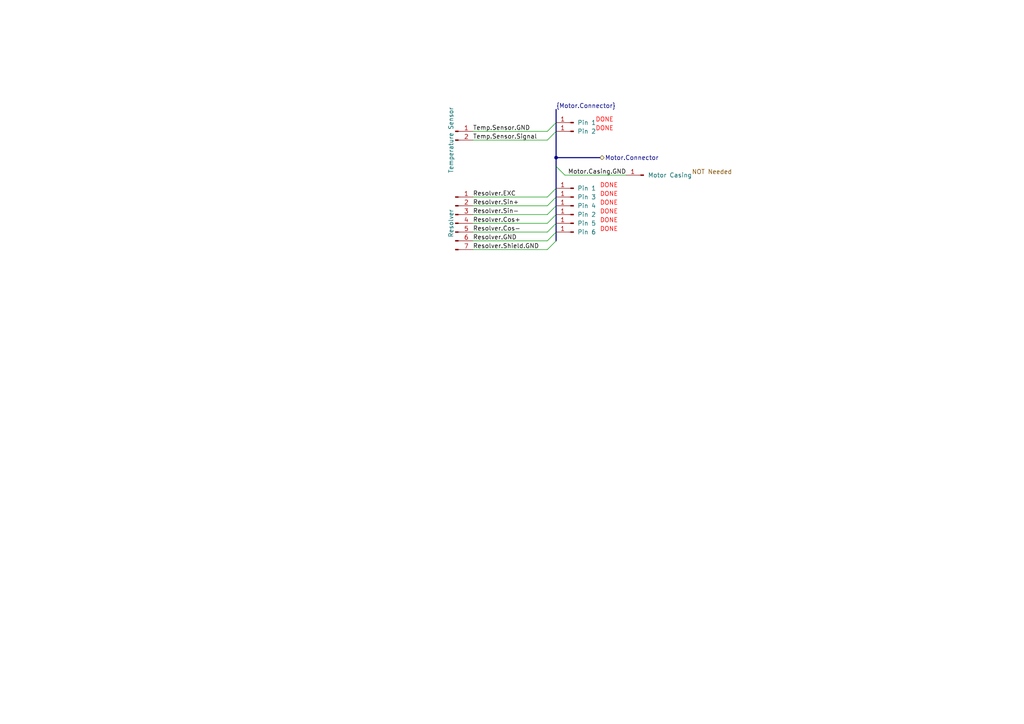
<source format=kicad_sch>
(kicad_sch (version 20230121) (generator eeschema)
  (paper "A4")
  (lib_symbols
    (symbol "Connector:Conn_01x01_Pin" (pin_names (offset 1.016) hide)
      (property "Reference" "J" (at 0 2.54 0))
      (property "Value" "Conn_01x01_Pin" (at 0 -2.54 0))
      (symbol "Conn_01x01_Pin_1_1"
        (polyline (pts (xy 1.27 0) (xy 0.8636 0)) (stroke (width 0.1524)))
        (rectangle (start 0.8636 0.127) (end 0 -0.127) (stroke (width 0.1524)) (fill (type outline)))
        (pin passive line (at 5.08 0 180) (length 3.81) (name "Pin_1") (number "1"))
      )
    )
    (symbol "Connector:Conn_01x02_Pin" (pin_names (offset 1.016) hide)
      (property "Reference" "J" (at 0 2.54 0))
      (property "Value" "Conn_01x02_Pin" (at 0 -5.08 0))
      (symbol "Conn_01x02_Pin_1_1"
        (polyline (pts (xy 1.27 -2.54) (xy 0.8636 -2.54)) (stroke (width 0.1524)))
        (polyline (pts (xy 1.27 0) (xy 0.8636 0)) (stroke (width 0.1524)))
        (rectangle (start 0.8636 -2.413) (end 0 -2.667) (stroke (width 0.1524)) (fill (type outline)))
        (rectangle (start 0.8636 0.127) (end 0 -0.127) (stroke (width 0.1524)) (fill (type outline)))
        (pin passive line (at 5.08 0 180) (length 3.81) (name "Pin_1") (number "1"))
        (pin passive line (at 5.08 -2.54 180) (length 3.81) (name "Pin_2") (number "2"))
      )
    )
    (symbol "Connector:Conn_01x07_Pin" (pin_names (offset 1.016) hide)
      (property "Reference" "J" (at 0 10.16 0))
      (property "Value" "Conn_01x07_Pin" (at 0 -10.16 0))
      (symbol "Conn_01x07_Pin_1_1"
        (polyline (pts (xy 1.27 -7.62) (xy 0.8636 -7.62)) (stroke (width 0.1524)))
        (polyline (pts (xy 1.27 -5.08) (xy 0.8636 -5.08)) (stroke (width 0.1524)))
        (polyline (pts (xy 1.27 -2.54) (xy 0.8636 -2.54)) (stroke (width 0.1524)))
        (polyline (pts (xy 1.27 0) (xy 0.8636 0)) (stroke (width 0.1524)))
        (polyline (pts (xy 1.27 2.54) (xy 0.8636 2.54)) (stroke (width 0.1524)))
        (polyline (pts (xy 1.27 5.08) (xy 0.8636 5.08)) (stroke (width 0.1524)))
        (polyline (pts (xy 1.27 7.62) (xy 0.8636 7.62)) (stroke (width 0.1524)))
        (rectangle (start 0.8636 -7.493) (end 0 -7.747) (stroke (width 0.1524)) (fill (type outline)))
        (rectangle (start 0.8636 -4.953) (end 0 -5.207) (stroke (width 0.1524)) (fill (type outline)))
        (rectangle (start 0.8636 -2.413) (end 0 -2.667) (stroke (width 0.1524)) (fill (type outline)))
        (rectangle (start 0.8636 0.127) (end 0 -0.127) (stroke (width 0.1524)) (fill (type outline)))
        (rectangle (start 0.8636 2.667) (end 0 2.413) (stroke (width 0.1524)) (fill (type outline)))
        (rectangle (start 0.8636 5.207) (end 0 4.953) (stroke (width 0.1524)) (fill (type outline)))
        (rectangle (start 0.8636 7.747) (end 0 7.493) (stroke (width 0.1524)) (fill (type outline)))
        (pin passive line (at 5.08 7.62 180) (length 3.81) (name "Pin_1") (number "1"))
        (pin passive line (at 5.08 5.08 180) (length 3.81) (name "Pin_2") (number "2"))
        (pin passive line (at 5.08 2.54 180) (length 3.81) (name "Pin_3") (number "3"))
        (pin passive line (at 5.08 0 180) (length 3.81) (name "Pin_4") (number "4"))
        (pin passive line (at 5.08 -2.54 180) (length 3.81) (name "Pin_5") (number "5"))
        (pin passive line (at 5.08 -5.08 180) (length 3.81) (name "Pin_6") (number "6"))
        (pin passive line (at 5.08 -7.62 180) (length 3.81) (name "Pin_7") (number "7"))
      )
    )
  )
  (bus_alias "Motor.Inverter" (members "Resolver.EXC" "Resolver.Sin+" "Resolver.Sin-" "Resolver.Cos+" "Resolver.Cos-" "Resolver.GND" "Resolver.Shield.GND" "Temp.Sensor.EXC" "Temp.Sensor.GND" "Motor.Casing.GND"))
  (junction (at 161.29 45.72))
  (bus_entry (at 161.29 59.69) (size -2.54 2.54))
  (bus_entry (at 161.29 69.85) (size -2.54 2.54))
  (bus_entry (at 161.29 54.61) (size -2.54 2.54))
  (bus_entry (at 161.29 48.26) (size 2.54 2.54))
  (bus_entry (at 161.29 62.23) (size -2.54 2.54))
  (bus_entry (at 161.29 64.77) (size -2.54 2.54))
  (bus_entry (at 161.29 57.15) (size -2.54 2.54))
  (bus_entry (at 161.29 38.1) (size -2.54 2.54))
  (bus_entry (at 161.29 67.31) (size -2.54 2.54))
  (bus_entry (at 161.29 35.56) (size -2.54 2.54))
  (bus (pts (xy 161.29 35.56) (xy 161.29 38.1)))
  (wire (pts (xy 137.16 64.77) (xy 158.75 64.77)))
  (bus (pts (xy 161.29 64.77) (xy 161.29 67.31)))
  (bus (pts (xy 161.29 54.61) (xy 161.29 57.15)))
  (bus (pts (xy 161.29 62.23) (xy 161.29 64.77)))
  (wire (pts (xy 137.16 57.15) (xy 158.75 57.15)))
  (wire (pts (xy 163.83 50.8) (xy 181.61 50.8)))
  (bus (pts (xy 161.29 45.72) (xy 161.29 48.26)))
  (wire (pts (xy 137.16 59.69) (xy 158.75 59.69)))
  (wire (pts (xy 137.16 38.1) (xy 158.75 38.1)))
  (wire (pts (xy 137.16 69.85) (xy 158.75 69.85)))
  (bus (pts (xy 161.29 31.75) (xy 161.29 35.56)))
  (bus (pts (xy 161.29 48.26) (xy 161.29 54.61)))
  (wire (pts (xy 137.16 67.31) (xy 158.75 67.31)))
  (bus (pts (xy 161.29 45.72) (xy 173.99 45.72)))
  (bus (pts (xy 161.29 38.1) (xy 161.29 45.72)))
  (wire (pts (xy 137.16 62.23) (xy 158.75 62.23)))
  (bus (pts (xy 161.29 59.69) (xy 161.29 62.23)))
  (bus (pts (xy 161.29 67.31) (xy 161.29 69.85)))
  (bus (pts (xy 161.29 57.15) (xy 161.29 59.69)))
  (wire (pts (xy 137.16 72.39) (xy 158.75 72.39)))
  (wire (pts (xy 137.16 40.64) (xy 158.75 40.64)))
  (text "DONE" (at 173.99 62.23 0) (effects (font (size 1.27 1.27)) (justify left bottom)))
  (text "DONE" (at 173.99 57.15 0) (effects (font (size 1.27 1.27)) (justify left bottom)))
  (text "DONE" (at 172.72 38.1 0) (effects (font (size 1.27 1.27)) (justify left bottom)))
  (text "DONE" (at 173.99 54.61 0) (effects (font (size 1.27 1.27)) (justify left bottom)))
  (text "NOT Needed" (at 200.66 50.8 0) (effects (font (size 1.27 1.27)) (justify left bottom)))
  (text "DONE" (at 173.99 59.69 0) (effects (font (size 1.27 1.27)) (justify left bottom)))
  (text "DONE" (at 173.99 64.77 0) (effects (font (size 1.27 1.27)) (justify left bottom)))
  (text "DONE" (at 172.72 35.56 0) (effects (font (size 1.27 1.27)) (justify left bottom)))
  (text "DONE" (at 173.99 67.31 0) (effects (font (size 1.27 1.27)) (justify left bottom)))
  (label "Resolver.EXC" (at 137.16 57.15 0))
  (label "Resolver.Cos+" (at 137.16 64.77 0))
  (label "Resolver.Cos-" (at 137.16 67.31 0))
  (label "Temp.Sensor.Signal" (at 137.16 40.64 0))
  (label "Resolver.GND" (at 137.16 69.85 0))
  (label "Resolver.Sin-" (at 137.16 62.23 0))
  (label "Resolver.Sin+" (at 137.16 59.69 0))
  (label "{Motor.Connector}" (at 161.29 31.75 0))
  (label "Motor.Casing.GND" (at 181.61 50.8 180))
  (label "Resolver.Shield.GND" (at 137.16 72.39 0))
  (label "Temp.Sensor.GND" (at 137.16 38.1 0))
  (hierarchical_label "Motor.Connector" (shape bidirectional) (at 173.99 45.72 0))
  (symbol (lib_id "Connector:Conn_01x01_Pin") (at 166.37 38.1 180) (unit 1)
    (property "Reference" "J196" (effects hide))
    (property "Value" "Pin 2" (at 170.18 38.1 0))
  )
  (symbol (lib_id "Connector:Conn_01x07_Pin") (at 132.08 64.77 0) (unit 1)
    (property "Reference" "J20" (effects hide))
    (property "Value" "Resolver" (at 130.81 64.77 90))
  )
  (symbol (lib_id "Connector:Conn_01x01_Pin") (at 166.37 67.31 180) (unit 1)
    (property "Reference" "J173" (effects hide))
    (property "Value" "Pin 6" (at 170.18 67.31 0))
  )
  (symbol (lib_id "Connector:Conn_01x01_Pin") (at 186.69 50.8 180) (unit 1)
    (property "Reference" "J25" (effects hide))
    (property "Value" "Motor Casing" (at 194.31 50.8 0))
  )
  (symbol (lib_id "Connector:Conn_01x01_Pin") (at 166.37 54.61 180) (unit 1)
    (property "Reference" "J174" (effects hide))
    (property "Value" "Pin 1" (at 170.18 54.61 0))
  )
  (symbol (lib_id "Connector:Conn_01x01_Pin") (at 166.37 35.56 180) (unit 1)
    (property "Reference" "J88" (effects hide))
    (property "Value" "Pin 1" (at 170.18 35.56 0))
  )
  (symbol (lib_id "Connector:Conn_01x01_Pin") (at 166.37 59.69 180) (unit 1)
    (property "Reference" "J178" (effects hide))
    (property "Value" "Pin 4" (at 170.18 59.69 0))
  )
  (symbol (lib_id "Connector:Conn_01x01_Pin") (at 166.37 62.23 180) (unit 1)
    (property "Reference" "J175" (effects hide))
    (property "Value" "Pin 2" (at 170.18 62.23 0))
  )
  (symbol (lib_id "Connector:Conn_01x01_Pin") (at 166.37 57.15 180) (unit 1)
    (property "Reference" "J177" (effects hide))
    (property "Value" "Pin 3" (at 170.18 57.15 0))
  )
  (symbol (lib_id "Connector:Conn_01x02_Pin") (at 132.08 38.1 0) (unit 1)
    (property "Reference" "J21" (effects hide))
    (property "Value" "Temperature Sensor" (at 130.81 40.64 90))
  )
  (symbol (lib_id "Connector:Conn_01x01_Pin") (at 166.37 64.77 180) (unit 1)
    (property "Reference" "J176" (effects hide))
    (property "Value" "Pin 5" (at 170.18 64.77 0))
  )
)
</source>
